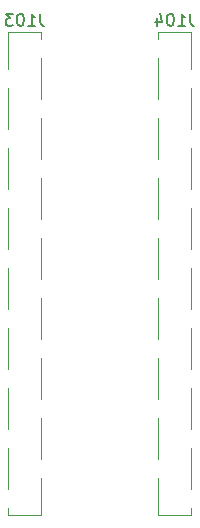
<source format=gbo>
G04 #@! TF.GenerationSoftware,KiCad,Pcbnew,9.0.6*
G04 #@! TF.CreationDate,2026-01-07T21:32:32-06:00*
G04 #@! TF.ProjectId,QFP-32_5x5_P0.5,5146502d-3332-45f3-9578-355f50302e35,rev?*
G04 #@! TF.SameCoordinates,Original*
G04 #@! TF.FileFunction,Legend,Bot*
G04 #@! TF.FilePolarity,Positive*
%FSLAX46Y46*%
G04 Gerber Fmt 4.6, Leading zero omitted, Abs format (unit mm)*
G04 Created by KiCad (PCBNEW 9.0.6) date 2026-01-07 21:32:32*
%MOMM*%
%LPD*%
G01*
G04 APERTURE LIST*
%ADD10C,0.150000*%
%ADD11C,0.120000*%
%ADD12R,1.700000X1.700000*%
%ADD13C,1.700000*%
%ADD14R,2.510000X1.000000*%
G04 APERTURE END LIST*
D10*
X133365714Y-98671461D02*
X133365714Y-99385746D01*
X133365714Y-99385746D02*
X133413333Y-99528603D01*
X133413333Y-99528603D02*
X133508571Y-99623842D01*
X133508571Y-99623842D02*
X133651428Y-99671461D01*
X133651428Y-99671461D02*
X133746666Y-99671461D01*
X132365714Y-99671461D02*
X132937142Y-99671461D01*
X132651428Y-99671461D02*
X132651428Y-98671461D01*
X132651428Y-98671461D02*
X132746666Y-98814318D01*
X132746666Y-98814318D02*
X132841904Y-98909556D01*
X132841904Y-98909556D02*
X132937142Y-98957175D01*
X131746666Y-98671461D02*
X131651428Y-98671461D01*
X131651428Y-98671461D02*
X131556190Y-98719080D01*
X131556190Y-98719080D02*
X131508571Y-98766699D01*
X131508571Y-98766699D02*
X131460952Y-98861937D01*
X131460952Y-98861937D02*
X131413333Y-99052413D01*
X131413333Y-99052413D02*
X131413333Y-99290508D01*
X131413333Y-99290508D02*
X131460952Y-99480984D01*
X131460952Y-99480984D02*
X131508571Y-99576222D01*
X131508571Y-99576222D02*
X131556190Y-99623842D01*
X131556190Y-99623842D02*
X131651428Y-99671461D01*
X131651428Y-99671461D02*
X131746666Y-99671461D01*
X131746666Y-99671461D02*
X131841904Y-99623842D01*
X131841904Y-99623842D02*
X131889523Y-99576222D01*
X131889523Y-99576222D02*
X131937142Y-99480984D01*
X131937142Y-99480984D02*
X131984761Y-99290508D01*
X131984761Y-99290508D02*
X131984761Y-99052413D01*
X131984761Y-99052413D02*
X131937142Y-98861937D01*
X131937142Y-98861937D02*
X131889523Y-98766699D01*
X131889523Y-98766699D02*
X131841904Y-98719080D01*
X131841904Y-98719080D02*
X131746666Y-98671461D01*
X131079999Y-98671461D02*
X130460952Y-98671461D01*
X130460952Y-98671461D02*
X130794285Y-99052413D01*
X130794285Y-99052413D02*
X130651428Y-99052413D01*
X130651428Y-99052413D02*
X130556190Y-99100032D01*
X130556190Y-99100032D02*
X130508571Y-99147651D01*
X130508571Y-99147651D02*
X130460952Y-99242889D01*
X130460952Y-99242889D02*
X130460952Y-99480984D01*
X130460952Y-99480984D02*
X130508571Y-99576222D01*
X130508571Y-99576222D02*
X130556190Y-99623842D01*
X130556190Y-99623842D02*
X130651428Y-99671461D01*
X130651428Y-99671461D02*
X130937142Y-99671461D01*
X130937142Y-99671461D02*
X131032380Y-99623842D01*
X131032380Y-99623842D02*
X131079999Y-99576222D01*
X146065714Y-98671461D02*
X146065714Y-99385746D01*
X146065714Y-99385746D02*
X146113333Y-99528603D01*
X146113333Y-99528603D02*
X146208571Y-99623842D01*
X146208571Y-99623842D02*
X146351428Y-99671461D01*
X146351428Y-99671461D02*
X146446666Y-99671461D01*
X145065714Y-99671461D02*
X145637142Y-99671461D01*
X145351428Y-99671461D02*
X145351428Y-98671461D01*
X145351428Y-98671461D02*
X145446666Y-98814318D01*
X145446666Y-98814318D02*
X145541904Y-98909556D01*
X145541904Y-98909556D02*
X145637142Y-98957175D01*
X144446666Y-98671461D02*
X144351428Y-98671461D01*
X144351428Y-98671461D02*
X144256190Y-98719080D01*
X144256190Y-98719080D02*
X144208571Y-98766699D01*
X144208571Y-98766699D02*
X144160952Y-98861937D01*
X144160952Y-98861937D02*
X144113333Y-99052413D01*
X144113333Y-99052413D02*
X144113333Y-99290508D01*
X144113333Y-99290508D02*
X144160952Y-99480984D01*
X144160952Y-99480984D02*
X144208571Y-99576222D01*
X144208571Y-99576222D02*
X144256190Y-99623842D01*
X144256190Y-99623842D02*
X144351428Y-99671461D01*
X144351428Y-99671461D02*
X144446666Y-99671461D01*
X144446666Y-99671461D02*
X144541904Y-99623842D01*
X144541904Y-99623842D02*
X144589523Y-99576222D01*
X144589523Y-99576222D02*
X144637142Y-99480984D01*
X144637142Y-99480984D02*
X144684761Y-99290508D01*
X144684761Y-99290508D02*
X144684761Y-99052413D01*
X144684761Y-99052413D02*
X144637142Y-98861937D01*
X144637142Y-98861937D02*
X144589523Y-98766699D01*
X144589523Y-98766699D02*
X144541904Y-98719080D01*
X144541904Y-98719080D02*
X144446666Y-98671461D01*
X143256190Y-99004794D02*
X143256190Y-99671461D01*
X143494285Y-98623842D02*
X143732380Y-99338127D01*
X143732380Y-99338127D02*
X143113333Y-99338127D01*
D11*
X130700000Y-100216642D02*
X130700000Y-103326642D01*
X130700000Y-104946642D02*
X130700000Y-108406642D01*
X130700000Y-110026642D02*
X130700000Y-113486642D01*
X130700000Y-115106642D02*
X130700000Y-118566642D01*
X130700000Y-120186642D02*
X130700000Y-123646642D01*
X130700000Y-125266642D02*
X130700000Y-128726642D01*
X130700000Y-130346642D02*
X130700000Y-133806642D01*
X130700000Y-135426642D02*
X130700000Y-138886642D01*
X130700000Y-140506642D02*
X130700000Y-141076642D01*
X133460000Y-100216642D02*
X130700000Y-100216642D01*
X133460000Y-100216642D02*
X133460000Y-100786642D01*
X133460000Y-102406642D02*
X133460000Y-105866642D01*
X133460000Y-107486642D02*
X133460000Y-110946642D01*
X133460000Y-112566642D02*
X133460000Y-116026642D01*
X133460000Y-117646642D02*
X133460000Y-121106642D01*
X133460000Y-122726642D02*
X133460000Y-126186642D01*
X133460000Y-127806642D02*
X133460000Y-131266642D01*
X133460000Y-132886642D02*
X133460000Y-136346642D01*
X133460000Y-137966642D02*
X133460000Y-141076642D01*
X133460000Y-141076642D02*
X130700000Y-141076642D01*
X143400000Y-100216642D02*
X143400000Y-100786642D01*
X143400000Y-102406642D02*
X143400000Y-105866642D01*
X143400000Y-107486642D02*
X143400000Y-110946642D01*
X143400000Y-112566642D02*
X143400000Y-116026642D01*
X143400000Y-117646642D02*
X143400000Y-121106642D01*
X143400000Y-122726642D02*
X143400000Y-126186642D01*
X143400000Y-127806642D02*
X143400000Y-131266642D01*
X143400000Y-132886642D02*
X143400000Y-136346642D01*
X143400000Y-137966642D02*
X143400000Y-141076642D01*
X146160000Y-100216642D02*
X143400000Y-100216642D01*
X146160000Y-100216642D02*
X146160000Y-103326642D01*
X146160000Y-100786642D02*
X146160000Y-103326642D01*
X146160000Y-104946642D02*
X146160000Y-108406642D01*
X146160000Y-110026642D02*
X146160000Y-113486642D01*
X146160000Y-115106642D02*
X146160000Y-118566642D01*
X146160000Y-120186642D02*
X146160000Y-123646642D01*
X146160000Y-125266642D02*
X146160000Y-128726642D01*
X146160000Y-130346642D02*
X146160000Y-133806642D01*
X146160000Y-135426642D02*
X146160000Y-138886642D01*
X146160000Y-140506642D02*
X146160000Y-141076642D01*
X146160000Y-141076642D02*
X143400000Y-141076642D01*
%LPC*%
D12*
X127000000Y-101600000D03*
D13*
X127000000Y-104140000D03*
X127000000Y-106680000D03*
X127000000Y-109220000D03*
X127000000Y-111760000D03*
X127000000Y-114300000D03*
X127000000Y-116840000D03*
X127000000Y-119380000D03*
X127000000Y-121920000D03*
X127000000Y-124460000D03*
X127000000Y-127000000D03*
X127000000Y-129540000D03*
X127000000Y-132080000D03*
X127000000Y-134620000D03*
X127000000Y-137160000D03*
X127000000Y-139700000D03*
X149860000Y-101600000D03*
X149860000Y-104140000D03*
X149860000Y-106680000D03*
X149860000Y-109220000D03*
X149860000Y-111760000D03*
X149860000Y-114300000D03*
X149860000Y-116840000D03*
X149860000Y-119380000D03*
X149860000Y-121920000D03*
X149860000Y-124460000D03*
X149860000Y-127000000D03*
X149860000Y-129540000D03*
X149860000Y-132080000D03*
X149860000Y-134620000D03*
X149860000Y-137160000D03*
X149860000Y-139700000D03*
D14*
X133735000Y-101596642D03*
X130425000Y-104136642D03*
X133735000Y-106676642D03*
X130425000Y-109216642D03*
X133735000Y-111756642D03*
X130425000Y-114296642D03*
X133735000Y-116836642D03*
X130425000Y-119376642D03*
X133735000Y-121916642D03*
X130425000Y-124456642D03*
X133735000Y-126996642D03*
X130425000Y-129536642D03*
X133735000Y-132076642D03*
X130425000Y-134616642D03*
X133735000Y-137156642D03*
X130425000Y-139696642D03*
X143125000Y-101596642D03*
X146435000Y-104136642D03*
X143125000Y-106676642D03*
X146435000Y-109216642D03*
X143125000Y-111756642D03*
X146435000Y-114296642D03*
X143125000Y-116836642D03*
X146435000Y-119376642D03*
X143125000Y-121916642D03*
X146435000Y-124456642D03*
X143125000Y-126996642D03*
X146435000Y-129536642D03*
X143125000Y-132076642D03*
X146435000Y-134616642D03*
X143125000Y-137156642D03*
X146435000Y-139696642D03*
%LPD*%
M02*

</source>
